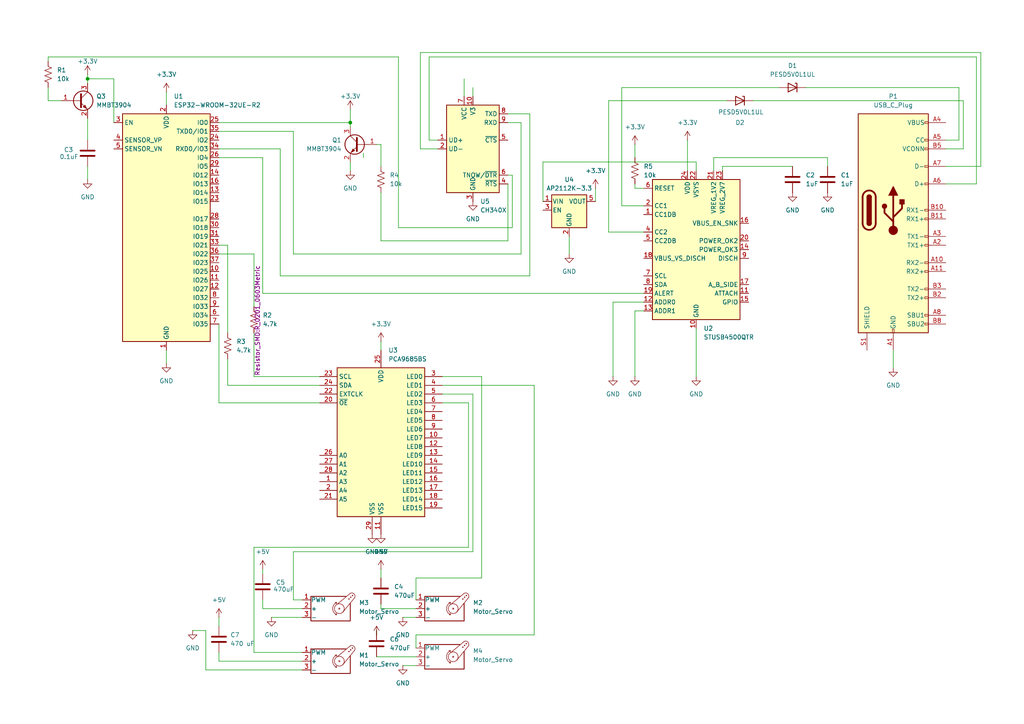
<source format=kicad_sch>
(kicad_sch (version 20250114) (generator "eeschema") (generator_version "9.0")
  (paper "A4")
  (lib_symbols
    (symbol "Connector:USB_C_Plug" (pin_names (offset 1.016))
      (property "Reference" "P" (at -10.16 29.21 0))
      (property "Value" "USB_C_Plug" (at 10.16 29.21 0))
      (symbol "USB_C_Plug_0_0"
        (rectangle (start -0.254 -35.56) (end 0.254 -34.544))
        (rectangle (start 10.16 25.654) (end 9.144 25.146))
        (rectangle (start 10.16 20.574) (end 9.144 20.066))
        (rectangle (start 10.16 18.034) (end 9.144 17.526))
        (rectangle (start 10.16 12.954) (end 9.144 12.446))
        (rectangle (start 10.16 7.874) (end 9.144 7.366))
        (rectangle (start 10.16 0.254) (end 9.144 -0.254))
        (rectangle (start 10.16 -2.286) (end 9.144 -2.794))
        (rectangle (start 10.16 -7.366) (end 9.144 -7.874))
        (rectangle (start 10.16 -9.906) (end 9.144 -10.414))
        (rectangle (start 10.16 -14.986) (end 9.144 -15.494))
        (rectangle (start 10.16 -17.526) (end 9.144 -18.034))
        (rectangle (start 10.16 -22.606) (end 9.144 -23.114))
        (rectangle (start 10.16 -25.146) (end 9.144 -25.654))
        (rectangle (start 10.16 -30.226) (end 9.144 -30.734))
        (rectangle (start 10.16 -32.766) (end 9.144 -33.274))
      )
      (symbol "USB_C_Plug_0_1"
        (rectangle (start -10.16 27.94) (end 10.16 -35.56) (stroke (width 0.254)) (fill (type background)))
        (polyline (pts (xy -8.89 -3.81) (xy -8.89 3.81)) (stroke (width 0.508)))
        (rectangle (start -7.62 -3.81) (end -6.35 3.81) (stroke (width 0.254)) (fill (type outline)))
        (arc (start -7.62 3.81) (mid -6.985 4.4423) (end -6.35 3.81) (stroke (width 0.254)))
        (arc (start -7.62 3.81) (mid -6.985 4.4423) (end -6.35 3.81) (stroke (width 0.254)) (fill (type outline)))
        (arc (start -8.89 3.81) (mid -6.985 5.7067) (end -5.08 3.81) (stroke (width 0.508)))
        (arc (start -5.08 -3.81) (mid -6.985 -5.7067) (end -8.89 -3.81) (stroke (width 0.508)))
        (arc (start -6.35 -3.81) (mid -6.985 -4.4423) (end -7.62 -3.81) (stroke (width 0.254)))
        (arc (start -6.35 -3.81) (mid -6.985 -4.4423) (end -7.62 -3.81) (stroke (width 0.254)) (fill (type outline)))
        (polyline (pts (xy -5.08 3.81) (xy -5.08 -3.81)) (stroke (width 0.508)))
      )
      (symbol "USB_C_Plug_1_1"
        (circle (center -2.54 1.143) (radius 0.635) (stroke (width 0.254)) (fill (type outline)))
        (polyline (pts (xy -1.27 4.318) (xy 0 6.858) (xy 1.27 4.318) (xy -1.27 4.318)) (stroke (width 0.254)) (fill (type outline)))
        (polyline (pts (xy 0 -2.032) (xy 2.54 0.508) (xy 2.54 1.778)) (stroke (width 0.508)))
        (polyline (pts (xy 0 -3.302) (xy -2.54 -0.762) (xy -2.54 0.508)) (stroke (width 0.508)))
        (polyline (pts (xy 0 -5.842) (xy 0 4.318)) (stroke (width 0.508)))
        (circle (center 0 -5.842) (radius 1.27) (fill (type outline)))
        (rectangle (start 1.905 1.778) (end 3.175 3.048) (stroke (width 0.254)) (fill (type outline)))
        (pin passive line (at -7.62 -40.64 90) (length 5.08) (name "SHIELD") (number "S1"))
        (pin passive line (at 0 -40.64 90) (length 5.08) (name "GND") (number "A1"))
        (pin passive line (at 0 -40.64 90) (length 5.08) (hide yes) (name "GND") (number "A12"))
        (pin passive line (at 0 -40.64 90) (length 5.08) (hide yes) (name "GND") (number "B1"))
        (pin passive line (at 0 -40.64 90) (length 5.08) (hide yes) (name "GND") (number "B12"))
        (pin passive line (at 15.24 25.4 180) (length 5.08) (name "VBUS") (number "A4"))
        (pin passive line (at 15.24 25.4 180) (length 5.08) (hide yes) (name "VBUS") (number "A9"))
        (pin passive line (at 15.24 25.4 180) (length 5.08) (hide yes) (name "VBUS") (number "B4"))
        (pin passive line (at 15.24 25.4 180) (length 5.08) (hide yes) (name "VBUS") (number "B9"))
        (pin bidirectional line (at 15.24 20.32 180) (length 5.08) (name "CC") (number "A5"))
        (pin bidirectional line (at 15.24 17.78 180) (length 5.08) (name "VCONN") (number "B5"))
        (pin bidirectional line (at 15.24 12.7 180) (length 5.08) (name "D-") (number "A7"))
        (pin bidirectional line (at 15.24 7.62 180) (length 5.08) (name "D+") (number "A6"))
        (pin bidirectional line (at 15.24 0 180) (length 5.08) (name "RX1-") (number "B10"))
        (pin bidirectional line (at 15.24 -2.54 180) (length 5.08) (name "RX1+") (number "B11"))
        (pin bidirectional line (at 15.24 -7.62 180) (length 5.08) (name "TX1-") (number "A3"))
        (pin bidirectional line (at 15.24 -10.16 180) (length 5.08) (name "TX1+") (number "A2"))
        (pin bidirectional line (at 15.24 -15.24 180) (length 5.08) (name "RX2-") (number "A10"))
        (pin bidirectional line (at 15.24 -17.78 180) (length 5.08) (name "RX2+") (number "A11"))
        (pin bidirectional line (at 15.24 -22.86 180) (length 5.08) (name "TX2-") (number "B3"))
        (pin bidirectional line (at 15.24 -25.4 180) (length 5.08) (name "TX2+") (number "B2"))
        (pin bidirectional line (at 15.24 -30.48 180) (length 5.08) (name "SBU1") (number "A8"))
        (pin bidirectional line (at 15.24 -33.02 180) (length 5.08) (name "SBU2") (number "B8"))
      )
    )
    (symbol "Device:C" (pin_numbers (hide yes)) (pin_names (offset 0.254))
      (property "Reference" "C" (at 0.635 2.54 0))
      (property "Value" "C" (at 0.635 -2.54 0))
      (symbol "C_0_1"
        (polyline (pts (xy -2.032 0.762) (xy 2.032 0.762)) (stroke (width 0.508)))
        (polyline (pts (xy -2.032 -0.762) (xy 2.032 -0.762)) (stroke (width 0.508)))
      )
      (symbol "C_1_1"
        (pin passive line (at 0 3.81 270) (length 2.794) (name "~") (number "1"))
        (pin passive line (at 0 -3.81 90) (length 2.794) (name "~") (number "2"))
      )
    )
    (symbol "Device:R_US" (pin_numbers (hide yes)) (pin_names (offset 0))
      (property "Reference" "R" (at 2.54 0 90))
      (property "Value" "R_US" (at -2.54 0 90))
      (symbol "R_US_0_1"
        (polyline (pts (xy 0 2.286) (xy 0 2.54)))
        (polyline (pts (xy 0 2.286) (xy 1.016 1.905) (xy 0 1.524) (xy -1.016 1.143) (xy 0 0.762)))
        (polyline (pts (xy 0 0.762) (xy 1.016 0.381) (xy 0 0) (xy -1.016 -0.381) (xy 0 -0.762)))
        (polyline (pts (xy 0 -0.762) (xy 1.016 -1.143) (xy 0 -1.524) (xy -1.016 -1.905) (xy 0 -2.286)))
        (polyline (pts (xy 0 -2.286) (xy 0 -2.54)))
      )
      (symbol "R_US_1_1"
        (pin passive line (at 0 3.81 270) (length 1.27) (name "~") (number "1"))
        (pin passive line (at 0 -3.81 90) (length 1.27) (name "~") (number "2"))
      )
    )
    (symbol "Diode:PESD5V0L1UL" (pin_numbers (hide yes)) (pin_names (hide yes))
      (property "Reference" "D" (at 0 2.54 0))
      (property "Value" "PESD5V0L1UL" (at 0 -2.54 0))
      (symbol "PESD5V0L1UL_0_1"
        (polyline (pts (xy -1.27 -1.27) (xy -1.27 1.27) (xy -0.762 1.27)) (stroke (width 0.254)))
        (polyline (pts (xy 1.27 0) (xy -1.27 0)))
        (polyline (pts (xy 1.27 -1.27) (xy 1.27 1.27) (xy -1.27 0) (xy 1.27 -1.27)) (stroke (width 0.254)))
      )
      (symbol "PESD5V0L1UL_1_1"
        (pin passive line (at -3.81 0 0) (length 2.54) (name "K") (number "1"))
        (pin passive line (at 3.81 0 180) (length 2.54) (name "A") (number "2"))
      )
    )
    (symbol "Driver_LED:PCA9685BS"
      (property "Reference" "U" (at -12.7 22.225 0))
      (property "Value" "PCA9685BS" (at 1.27 22.225 0))
      (symbol "PCA9685BS_0_1"
        (rectangle (start -12.7 20.32) (end 12.7 -22.86) (stroke (width 0.254)) (fill (type background)))
      )
      (symbol "PCA9685BS_1_1"
        (pin input line (at -17.78 17.78 0) (length 5.08) (name "SCL") (number "23"))
        (pin bidirectional line (at -17.78 15.24 0) (length 5.08) (name "SDA") (number "24"))
        (pin input line (at -17.78 12.7 0) (length 5.08) (name "EXTCLK") (number "22"))
        (pin input line (at -17.78 10.16 0) (length 5.08) (name "~{OE}") (number "20"))
        (pin input line (at -17.78 -5.08 0) (length 5.08) (name "A0") (number "26"))
        (pin input line (at -17.78 -7.62 0) (length 5.08) (name "A1") (number "27"))
        (pin input line (at -17.78 -10.16 0) (length 5.08) (name "A2") (number "28"))
        (pin input line (at -17.78 -12.7 0) (length 5.08) (name "A3") (number "1"))
        (pin input line (at -17.78 -15.24 0) (length 5.08) (name "A4") (number "2"))
        (pin input line (at -17.78 -17.78 0) (length 5.08) (name "A5") (number "21"))
        (pin power_in line (at -2.54 -27.94 90) (length 5.08) (name "VSS") (number "29"))
        (pin power_in line (at 0 25.4 270) (length 5.08) (name "VDD") (number "25"))
        (pin power_in line (at 0 -27.94 90) (length 5.08) (name "VSS") (number "11"))
        (pin output line (at 17.78 17.78 180) (length 5.08) (name "LED0") (number "3"))
        (pin output line (at 17.78 15.24 180) (length 5.08) (name "LED1") (number "4"))
        (pin output line (at 17.78 12.7 180) (length 5.08) (name "LED2") (number "5"))
        (pin output line (at 17.78 10.16 180) (length 5.08) (name "LED3") (number "6"))
        (pin output line (at 17.78 7.62 180) (length 5.08) (name "LED4") (number "7"))
        (pin output line (at 17.78 5.08 180) (length 5.08) (name "LED5") (number "8"))
        (pin output line (at 17.78 2.54 180) (length 5.08) (name "LED6") (number "9"))
        (pin output line (at 17.78 0 180) (length 5.08) (name "LED7") (number "10"))
        (pin output line (at 17.78 -2.54 180) (length 5.08) (name "LED8") (number "12"))
        (pin output line (at 17.78 -5.08 180) (length 5.08) (name "LED9") (number "13"))
        (pin output line (at 17.78 -7.62 180) (length 5.08) (name "LED10") (number "14"))
        (pin output line (at 17.78 -10.16 180) (length 5.08) (name "LED11") (number "15"))
        (pin output line (at 17.78 -12.7 180) (length 5.08) (name "LED12") (number "16"))
        (pin output line (at 17.78 -15.24 180) (length 5.08) (name "LED13") (number "17"))
        (pin output line (at 17.78 -17.78 180) (length 5.08) (name "LED14") (number "18"))
        (pin output line (at 17.78 -20.32 180) (length 5.08) (name "LED15") (number "19"))
      )
    )
    (symbol "Interface_USB:CH340X"
      (property "Reference" "U" (at -5.08 13.97 0))
      (property "Value" "CH340X" (at 1.27 13.97 0))
      (symbol "CH340X_0_1"
        (rectangle (start -7.62 12.7) (end 7.62 -12.7) (stroke (width 0.254)) (fill (type background)))
      )
      (symbol "CH340X_1_1"
        (pin bidirectional line (at -10.16 2.54 0) (length 2.54) (name "UD+") (number "1"))
        (pin bidirectional line (at -10.16 0 0) (length 2.54) (name "UD-") (number "2"))
        (pin power_in line (at -2.54 15.24 270) (length 2.54) (name "VCC") (number "7"))
        (pin power_out line (at 0 15.24 270) (length 2.54) (name "V3") (number "10"))
        (pin power_in line (at 0 -15.24 90) (length 2.54) (name "GND") (number "3"))
        (pin output line (at 10.16 10.16 180) (length 2.54) (name "TXD") (number "8"))
        (pin input line (at 10.16 7.62 180) (length 2.54) (name "RXD") (number "9"))
        (pin input line (at 10.16 2.54 180) (length 2.54) (name "~{CTS}") (number "5"))
        (pin output line (at 10.16 -7.62 180) (length 2.54) (name "TNOW/~{DTR}") (number "6"))
        (pin output line (at 10.16 -10.16 180) (length 2.54) (name "~{RTS}") (number "4"))
      )
    )
    (symbol "Interface_USB:STUSB4500QTR"
      (property "Reference" "U" (at -12.7 21.59 0))
      (property "Value" "STUSB4500QTR" (at 8.89 -21.59 0))
      (symbol "STUSB4500QTR_0_1"
        (rectangle (start -12.7 20.32) (end 12.7 -20.32) (stroke (width 0.254)) (fill (type background)))
      )
      (symbol "STUSB4500QTR_1_1"
        (pin input line (at -15.24 17.78 0) (length 2.54) (name "RESET") (number "6"))
        (pin bidirectional line (at -15.24 12.7 0) (length 2.54) (name "CC1") (number "2"))
        (pin bidirectional line (at -15.24 10.16 0) (length 2.54) (name "CC1DB") (number "1"))
        (pin bidirectional line (at -15.24 5.08 0) (length 2.54) (name "CC2") (number "4"))
        (pin bidirectional line (at -15.24 2.54 0) (length 2.54) (name "CC2DB") (number "5"))
        (pin input line (at -15.24 -2.54 0) (length 2.54) (name "VBUS_VS_DISCH") (number "18"))
        (pin input line (at -15.24 -7.62 0) (length 2.54) (name "SCL") (number "7"))
        (pin bidirectional line (at -15.24 -10.16 0) (length 2.54) (name "SDA") (number "8"))
        (pin open_collector line (at -15.24 -12.7 0) (length 2.54) (name "ALERT") (number "19"))
        (pin input line (at -15.24 -15.24 0) (length 2.54) (name "ADDR0") (number "12"))
        (pin input line (at -15.24 -17.78 0) (length 2.54) (name "ADDR1") (number "13"))
        (pin no_connect line (at -12.7 15.24 0) (length 2.54) (hide yes) (name "NC") (number "3"))
        (pin power_in line (at -2.54 22.86 270) (length 2.54) (name "VDD") (number "24"))
        (pin power_in line (at 0 22.86 270) (length 2.54) (name "VSYS") (number "22"))
        (pin power_in line (at 0 -22.86 90) (length 2.54) (name "GND") (number "10"))
        (pin passive line (at 0 -22.86 90) (length 2.54) (hide yes) (name "GND") (number "25"))
        (pin power_out line (at 5.08 22.86 270) (length 2.54) (name "VREG_1V2") (number "21"))
        (pin power_out line (at 7.62 22.86 270) (length 2.54) (name "VREG_2V7") (number "23"))
        (pin open_collector line (at 15.24 7.62 180) (length 2.54) (name "VBUS_EN_SNK") (number "16"))
        (pin open_collector line (at 15.24 2.54 180) (length 2.54) (name "POWER_OK2") (number "20"))
        (pin open_collector line (at 15.24 0 180) (length 2.54) (name "POWER_OK3") (number "14"))
        (pin bidirectional line (at 15.24 -2.54 180) (length 2.54) (name "DISCH") (number "9"))
        (pin open_collector line (at 15.24 -10.16 180) (length 2.54) (name "A_B_SIDE") (number "17"))
        (pin open_collector line (at 15.24 -12.7 180) (length 2.54) (name "ATTACH") (number "11"))
        (pin open_collector line (at 15.24 -15.24 180) (length 2.54) (name "GPIO") (number "15"))
      )
    )
    (symbol "Motor:Motor_Servo" (pin_names (offset 0.0254))
      (property "Reference" "M" (at -5.08 4.445 0))
      (property "Value" "Motor_Servo" (at -5.08 -4.064 0))
      (symbol "Motor_Servo_0_1"
        (polyline (pts (xy 2.413 1.778) (xy 1.905 1.778)))
        (polyline (pts (xy 2.413 1.778) (xy 2.286 1.397)))
        (polyline (pts (xy 2.413 -1.778) (xy 2.032 -1.778)))
        (polyline (pts (xy 2.413 -1.778) (xy 2.286 -1.397)))
        (arc (start 2.413 -1.778) (mid 1.2406 0) (end 2.413 1.778))
        (circle (center 3.175 0) (radius 0.1778))
        (circle (center 3.175 0) (radius 1.4224))
        (polyline (pts (xy 5.08 3.556) (xy -5.08 3.556) (xy -5.08 -3.556) (xy 6.35 -3.556) (xy 6.35 1.524)) (stroke (width 0.254)))
        (circle (center 5.969 2.794) (radius 0.127))
        (polyline (pts (xy 6.35 4.445) (xy 2.54 1.27)))
        (circle (center 6.477 3.302) (radius 0.127))
        (arc (start 6.35 4.445) (mid 7.4487 4.2737) (end 7.62 3.175))
        (circle (center 6.985 3.81) (radius 0.127))
        (polyline (pts (xy 7.62 3.175) (xy 4.191 -1.016)))
      )
      (symbol "Motor_Servo_1_1"
        (pin passive line (at -7.62 2.54 0) (length 2.54) (name "PWM") (number "1"))
        (pin passive line (at -7.62 0 0) (length 2.54) (name "+") (number "2"))
        (pin passive line (at -7.62 -2.54 0) (length 2.54) (name "-") (number "3"))
      )
    )
    (symbol "RF_Module:ESP32-WROOM-32UE-R2"
      (property "Reference" "U" (at -12.7 34.29 0))
      (property "Value" "ESP32-WROOM-32UE-R2" (at 1.27 34.29 0))
      (symbol "ESP32-WROOM-32UE-R2_0_1"
        (rectangle (start -12.7 33.02) (end 12.7 -33.02) (stroke (width 0.254)) (fill (type background)))
      )
      (symbol "ESP32-WROOM-32UE-R2_1_1"
        (pin input line (at -15.24 30.48 0) (length 2.54) (name "EN") (number "3"))
        (pin input line (at -15.24 25.4 0) (length 2.54) (name "SENSOR_VP") (number "4"))
        (pin input line (at -15.24 22.86 0) (length 2.54) (name "SENSOR_VN") (number "5"))
        (pin no_connect line (at -12.7 0 0) (length 2.54) (hide yes) (name "NC") (number "21"))
        (pin no_connect line (at -12.7 -2.54 0) (length 2.54) (hide yes) (name "NC") (number "22"))
        (pin no_connect line (at -12.7 -5.08 0) (length 2.54) (hide yes) (name "NC") (number "17"))
        (pin no_connect line (at -12.7 -7.62 0) (length 2.54) (hide yes) (name "NC") (number "18"))
        (pin no_connect line (at -12.7 -10.16 0) (length 2.54) (hide yes) (name "NC") (number "20"))
        (pin no_connect line (at -12.7 -12.7 0) (length 2.54) (hide yes) (name "NC") (number "19"))
        (pin no_connect line (at -12.7 -27.94 0) (length 2.54) (hide yes) (name "NC") (number "32"))
        (pin power_in line (at 0 35.56 270) (length 2.54) (name "VDD") (number "2"))
        (pin power_in line (at 0 -35.56 90) (length 2.54) (name "GND") (number "1"))
        (pin passive line (at 0 -35.56 90) (length 2.54) (hide yes) (name "GND") (number "15"))
        (pin passive line (at 0 -35.56 90) (length 2.54) (hide yes) (name "GND") (number "38"))
        (pin passive line (at 0 -35.56 90) (length 2.54) (hide yes) (name "GND") (number "39"))
        (pin no_connect line (at 12.7 5.08 180) (length 2.54) (hide yes) (name "NC") (number "27"))
        (pin bidirectional line (at 15.24 30.48 180) (length 2.54) (name "IO0") (number "25"))
        (pin bidirectional line (at 15.24 27.94 180) (length 2.54) (name "TXD0/IO1") (number "35"))
        (pin bidirectional line (at 15.24 25.4 180) (length 2.54) (name "IO2") (number "24"))
        (pin bidirectional line (at 15.24 22.86 180) (length 2.54) (name "RXD0/IO3") (number "34"))
        (pin bidirectional line (at 15.24 20.32 180) (length 2.54) (name "IO4") (number "26"))
        (pin bidirectional line (at 15.24 17.78 180) (length 2.54) (name "IO5") (number "29"))
        (pin bidirectional line (at 15.24 15.24 180) (length 2.54) (name "IO12") (number "14"))
        (pin bidirectional line (at 15.24 12.7 180) (length 2.54) (name "IO13") (number "16"))
        (pin bidirectional line (at 15.24 10.16 180) (length 2.54) (name "IO14") (number "13"))
        (pin bidirectional line (at 15.24 7.62 180) (length 2.54) (name "IO15") (number "23"))
        (pin bidirectional line (at 15.24 2.54 180) (length 2.54) (name "IO17") (number "28"))
        (pin bidirectional line (at 15.24 0 180) (length 2.54) (name "IO18") (number "30"))
        (pin bidirectional line (at 15.24 -2.54 180) (length 2.54) (name "IO19") (number "31"))
        (pin bidirectional line (at 15.24 -5.08 180) (length 2.54) (name "IO21") (number "33"))
        (pin bidirectional line (at 15.24 -7.62 180) (length 2.54) (name "IO22") (number "36"))
        (pin bidirectional line (at 15.24 -10.16 180) (length 2.54) (name "IO23") (number "37"))
        (pin bidirectional line (at 15.24 -12.7 180) (length 2.54) (name "IO25") (number "10"))
        (pin bidirectional line (at 15.24 -15.24 180) (length 2.54) (name "IO26") (number "11"))
        (pin bidirectional line (at 15.24 -17.78 180) (length 2.54) (name "IO27") (number "12"))
        (pin bidirectional line (at 15.24 -20.32 180) (length 2.54) (name "IO32") (number "8"))
        (pin bidirectional line (at 15.24 -22.86 180) (length 2.54) (name "IO33") (number "9"))
        (pin input line (at 15.24 -25.4 180) (length 2.54) (name "IO34") (number "6"))
        (pin input line (at 15.24 -27.94 180) (length 2.54) (name "IO35") (number "7"))
      )
    )
    (symbol "Regulator_Linear:AP2112K-3.3" (pin_names (offset 0.254))
      (property "Reference" "U" (at -5.08 5.715 0))
      (property "Value" "AP2112K-3.3" (at 0 5.715 0))
      (symbol "AP2112K-3.3_0_1"
        (rectangle (start -5.08 4.445) (end 5.08 -5.08) (stroke (width 0.254)) (fill (type background)))
      )
      (symbol "AP2112K-3.3_1_1"
        (pin power_in line (at -7.62 2.54 0) (length 2.54) (name "VIN") (number "1"))
        (pin input line (at -7.62 0 0) (length 2.54) (name "EN") (number "3"))
        (pin power_in line (at 0 -7.62 90) (length 2.54) (name "GND") (number "2"))
        (pin no_connect line (at 5.08 0 180) (length 2.54) (hide yes) (name "NC") (number "4"))
        (pin power_out line (at 7.62 2.54 180) (length 2.54) (name "VOUT") (number "5"))
      )
    )
    (symbol "Transistor_BJT:MMBT3904" (pin_names (offset 0) (hide yes))
      (property "Reference" "Q" (at 5.08 1.905 0))
      (property "Value" "MMBT3904" (at 5.08 0 0))
      (symbol "MMBT3904_0_1"
        (polyline (pts (xy -2.54 0) (xy 0.635 0)))
        (polyline (pts (xy 0.635 1.905) (xy 0.635 -1.905)) (stroke (width 0.508)))
        (circle (center 1.27 0) (radius 2.8194) (stroke (width 0.254)))
      )
      (symbol "MMBT3904_1_1"
        (polyline (pts (xy 0.635 0.635) (xy 2.54 2.54)))
        (polyline (pts (xy 0.635 -0.635) (xy 2.54 -2.54)))
        (polyline (pts (xy 1.27 -1.778) (xy 1.778 -1.27) (xy 2.286 -2.286) (xy 1.27 -1.778)) (fill (type outline)))
        (pin input line (at -5.08 0 0) (length 2.54) (name "B") (number "1"))
        (pin passive line (at 2.54 5.08 270) (length 2.54) (name "C") (number "3"))
        (pin passive line (at 2.54 -5.08 90) (length 2.54) (name "E") (number "2"))
      )
    )
    (symbol "power:+3.3V" (power) (pin_numbers (hide yes)) (pin_names (offset 0) (hide yes))
      (property "Value" "+3.3V" (at 0 3.556 0))
      (symbol "+3.3V_0_1"
        (polyline (pts (xy -0.762 1.27) (xy 0 2.54)))
        (polyline (pts (xy 0 2.54) (xy 0.762 1.27)))
        (polyline (pts (xy 0 0) (xy 0 2.54)))
      )
      (symbol "+3.3V_1_1"
        (pin power_in line (at 0 0 90) (length 0) (name "~") (number "1"))
      )
    )
    (symbol "power:+5V" (power) (pin_numbers (hide yes)) (pin_names (offset 0) (hide yes))
      (property "Value" "+5V" (at 0 3.556 0))
      (symbol "+5V_0_1"
        (polyline (pts (xy -0.762 1.27) (xy 0 2.54)))
        (polyline (pts (xy 0 2.54) (xy 0.762 1.27)))
        (polyline (pts (xy 0 0) (xy 0 2.54)))
      )
      (symbol "+5V_1_1"
        (pin power_in line (at 0 0 90) (length 0) (name "~") (number "1"))
      )
    )
    (symbol "power:GND" (power) (pin_numbers (hide yes)) (pin_names (offset 0) (hide yes))
      (property "Value" "GND" (at 0 -3.81 0))
      (symbol "GND_0_1"
        (polyline (pts (xy 0 0) (xy 0 -1.27) (xy 1.27 -1.27) (xy 0 -2.54) (xy -1.27 -1.27) (xy 0 -1.27)))
      )
      (symbol "GND_1_1"
        (pin power_in line (at 0 0 270) (length 0) (name "~") (number "1"))
      )
    )
  )
  (junction (at 25.4 22.86))
  (junction (at 101.6 35.56))
  (wire (pts (xy 176.53 67.31) (xy 186.69 67.31)))
  (wire (pts (xy 147.32 53.34) (xy 147.32 69.85)))
  (wire (pts (xy 87.63 194.31) (xy 59.69 194.31)))
  (wire (pts (xy 128.27 116.84) (xy 135.89 116.84)))
  (wire (pts (xy 199.39 40.64) (xy 199.39 49.53)))
  (wire (pts (xy 110.49 55.88) (xy 110.49 69.85)))
  (wire (pts (xy 184.15 54.61) (xy 184.15 53.34)))
  (wire (pts (xy 63.5 116.84) (xy 63.5 93.98)))
  (wire (pts (xy 66.04 71.12) (xy 66.04 96.52)))
  (wire (pts (xy 101.6 31.75) (xy 101.6 35.56)))
  (wire (pts (xy 274.32 48.26) (xy 284.48 48.26)))
  (wire (pts (xy 110.49 41.91) (xy 109.22 41.91)))
  (wire (pts (xy 85.09 173.99) (xy 85.09 160.02)))
  (wire (pts (xy 283.21 53.34) (xy 283.21 16.51)))
  (wire (pts (xy 121.92 15.24) (xy 121.92 43.18)))
  (wire (pts (xy 66.04 111.76) (xy 92.71 111.76)))
  (wire (pts (xy 207.01 45.72) (xy 240.03 45.72)))
  (wire (pts (xy 110.49 175.26) (xy 110.49 176.53)))
  (wire (pts (xy 165.1 68.58) (xy 165.1 73.66)))
  (wire (pts (xy 278.13 25.4) (xy 278.13 40.64)))
  (wire (pts (xy 139.7 167.64) (xy 120.65 167.64)))
  (wire (pts (xy 240.03 45.72) (xy 240.03 48.26)))
  (wire (pts (xy 180.34 25.4) (xy 180.34 59.69)))
  (wire (pts (xy 115.57 66.04) (xy 148.59 66.04)))
  (wire (pts (xy 120.65 176.53) (xy 110.49 176.53)))
  (wire (pts (xy 25.4 22.86) (xy 25.4 24.13)))
  (wire (pts (xy 151.13 35.56) (xy 147.32 35.56)))
  (wire (pts (xy 109.22 184.15) (xy 109.22 182.88)))
  (wire (pts (xy 85.09 38.1) (xy 85.09 73.66)))
  (wire (pts (xy 284.48 48.26) (xy 284.48 15.24)))
  (wire (pts (xy 25.4 34.29) (xy 25.4 40.64)))
  (wire (pts (xy 153.67 80.01) (xy 153.67 33.02)))
  (wire (pts (xy 135.89 158.75) (xy 73.66 158.75)))
  (wire (pts (xy 76.2 173.99) (xy 76.2 176.53)))
  (wire (pts (xy 76.2 45.72) (xy 63.5 45.72)))
  (wire (pts (xy 157.48 46.99) (xy 157.48 58.42)))
  (wire (pts (xy 177.8 87.63) (xy 177.8 109.22)))
  (wire (pts (xy 115.57 16.51) (xy 13.97 16.51)))
  (wire (pts (xy 278.13 40.64) (xy 274.32 40.64)))
  (wire (pts (xy 110.49 41.91) (xy 110.49 48.26)))
  (wire (pts (xy 274.32 53.34) (xy 283.21 53.34)))
  (wire (pts (xy 101.6 46.99) (xy 101.6 49.53)))
  (wire (pts (xy 101.6 35.56) (xy 101.6 36.83)))
  (wire (pts (xy 121.92 43.18) (xy 127 43.18)))
  (wire (pts (xy 148.59 66.04) (xy 148.59 50.8)))
  (wire (pts (xy 279.4 43.18) (xy 274.32 43.18)))
  (wire (pts (xy 209.55 48.26) (xy 229.87 48.26)))
  (wire (pts (xy 259.08 106.68) (xy 259.08 101.6)))
  (wire (pts (xy 76.2 45.72) (xy 76.2 85.09)))
  (wire (pts (xy 233.68 25.4) (xy 278.13 25.4)))
  (wire (pts (xy 184.15 45.72) (xy 184.15 41.91)))
  (wire (pts (xy 218.44 29.21) (xy 279.4 29.21)))
  (wire (pts (xy 25.4 21.59) (xy 25.4 22.86)))
  (wire (pts (xy 115.57 66.04) (xy 115.57 16.51)))
  (wire (pts (xy 120.65 179.07) (xy 116.84 179.07)))
  (wire (pts (xy 81.28 43.18) (xy 63.5 43.18)))
  (wire (pts (xy 279.4 29.21) (xy 279.4 43.18)))
  (wire (pts (xy 201.93 46.99) (xy 201.93 49.53)))
  (wire (pts (xy 73.66 96.52) (xy 73.66 109.22)))
  (wire (pts (xy 120.65 190.5) (xy 109.22 190.5)))
  (wire (pts (xy 85.09 160.02) (xy 137.16 160.02)))
  (wire (pts (xy 66.04 104.14) (xy 66.04 111.76)))
  (wire (pts (xy 73.66 189.23) (xy 87.63 189.23)))
  (wire (pts (xy 139.7 109.22) (xy 139.7 167.64)))
  (wire (pts (xy 120.65 193.04) (xy 116.84 193.04)))
  (wire (pts (xy 87.63 173.99) (xy 85.09 173.99)))
  (wire (pts (xy 137.16 160.02) (xy 137.16 114.3)))
  (wire (pts (xy 172.72 54.61) (xy 172.72 58.42)))
  (wire (pts (xy 73.66 109.22) (xy 92.71 109.22)))
  (wire (pts (xy 33.02 22.86) (xy 25.4 22.86)))
  (wire (pts (xy 124.46 40.64) (xy 127 40.64)))
  (wire (pts (xy 137.16 27.94) (xy 137.16 25.4)))
  (wire (pts (xy 128.27 109.22) (xy 139.7 109.22)))
  (wire (pts (xy 81.28 80.01) (xy 153.67 80.01)))
  (wire (pts (xy 207.01 49.53) (xy 207.01 45.72)))
  (wire (pts (xy 283.21 16.51) (xy 124.46 16.51)))
  (wire (pts (xy 121.92 15.24) (xy 284.48 15.24)))
  (wire (pts (xy 63.5 116.84) (xy 92.71 116.84)))
  (wire (pts (xy 63.5 179.07) (xy 63.5 181.61)))
  (wire (pts (xy 209.55 48.26) (xy 209.55 49.53)))
  (wire (pts (xy 76.2 85.09) (xy 186.69 85.09)))
  (wire (pts (xy 25.4 48.26) (xy 25.4 52.07)))
  (wire (pts (xy 87.63 176.53) (xy 76.2 176.53)))
  (wire (pts (xy 176.53 29.21) (xy 210.82 29.21)))
  (wire (pts (xy 33.02 35.56) (xy 33.02 22.86)))
  (wire (pts (xy 87.63 191.77) (xy 63.5 191.77)))
  (wire (pts (xy 85.09 38.1) (xy 63.5 38.1)))
  (wire (pts (xy 13.97 29.21) (xy 17.78 29.21)))
  (wire (pts (xy 135.89 116.84) (xy 135.89 158.75)))
  (wire (pts (xy 63.5 71.12) (xy 66.04 71.12)))
  (wire (pts (xy 110.49 99.06) (xy 110.49 101.6)))
  (wire (pts (xy 76.2 165.1) (xy 76.2 166.37)))
  (wire (pts (xy 184.15 90.17) (xy 184.15 109.22)))
  (wire (pts (xy 120.65 187.96) (xy 120.65 184.15)))
  (wire (pts (xy 63.5 189.23) (xy 63.5 191.77)))
  (wire (pts (xy 81.28 43.18) (xy 81.28 80.01)))
  (wire (pts (xy 73.66 158.75) (xy 73.66 189.23)))
  (wire (pts (xy 73.66 73.66) (xy 73.66 88.9)))
  (wire (pts (xy 151.13 73.66) (xy 85.09 73.66)))
  (wire (pts (xy 180.34 59.69) (xy 186.69 59.69)))
  (wire (pts (xy 201.93 95.25) (xy 201.93 109.22)))
  (wire (pts (xy 186.69 87.63) (xy 177.8 87.63)))
  (wire (pts (xy 157.48 46.99) (xy 201.93 46.99)))
  (wire (pts (xy 63.5 35.56) (xy 101.6 35.56)))
  (wire (pts (xy 48.26 105.41) (xy 48.26 101.6)))
  (wire (pts (xy 147.32 50.8) (xy 148.59 50.8)))
  (wire (pts (xy 186.69 54.61) (xy 184.15 54.61)))
  (wire (pts (xy 55.88 182.88) (xy 59.69 182.88)))
  (wire (pts (xy 110.49 69.85) (xy 147.32 69.85)))
  (wire (pts (xy 13.97 25.4) (xy 13.97 29.21)))
  (wire (pts (xy 59.69 194.31) (xy 59.69 182.88)))
  (wire (pts (xy 151.13 35.56) (xy 151.13 73.66)))
  (wire (pts (xy 87.63 179.07) (xy 78.74 179.07)))
  (wire (pts (xy 120.65 167.64) (xy 120.65 173.99)))
  (wire (pts (xy 110.49 165.1) (xy 110.49 167.64)))
  (wire (pts (xy 13.97 16.51) (xy 13.97 17.78)))
  (wire (pts (xy 176.53 29.21) (xy 176.53 67.31)))
  (wire (pts (xy 124.46 16.51) (xy 124.46 40.64)))
  (wire (pts (xy 153.67 33.02) (xy 147.32 33.02)))
  (wire (pts (xy 63.5 73.66) (xy 73.66 73.66)))
  (wire (pts (xy 48.26 26.67) (xy 48.26 30.48)))
  (wire (pts (xy 154.94 184.15) (xy 154.94 111.76)))
  (wire (pts (xy 154.94 111.76) (xy 128.27 111.76)))
  (wire (pts (xy 120.65 184.15) (xy 154.94 184.15)))
  (wire (pts (xy 180.34 25.4) (xy 226.06 25.4)))
  (wire (pts (xy 137.16 114.3) (xy 128.27 114.3)))
  (wire (pts (xy 134.62 22.86) (xy 134.62 27.94)))
  (wire (pts (xy 184.15 90.17) (xy 186.69 90.17)))
  (wire (pts (xy 105.41 44.45) (xy 105.41 45.72)))
  (symbol (lib_id "power:+5V") (at 109.22 184.15 0) (unit 1)
    (property "Reference" "#PWR09" (effects (hide yes)))
    (property "Value" "+5V" (at 109.22 179.07 0))
    (property "Description" "Power symbol creates a global label with name \"+5V\"" (effects (hide yes)))
  )
  (symbol (lib_id "power:+5V") (at 76.2 165.1 0) (unit 1)
    (property "Reference" "#PWR07" (effects (hide yes)))
    (property "Value" "+5V" (at 76.2 160.02 0))
    (property "Description" "Power symbol creates a global label with name \"+5V\"" (effects (hide yes)))
  )
  (symbol (lib_id "power:+3.3V") (at 48.26 26.67 0) (unit 1)
    (property "Reference" "#PWR015" (effects (hide yes)))
    (property "Value" "+3.3V" (at 48.26 21.59 0))
    (property "Description" "Power symbol creates a global label with name \"+3.3V\"" (effects (hide yes)))
  )
  (symbol (lib_id "power:GND") (at 25.4 52.07 0) (unit 1)
    (property "Reference" "#PWR021" (effects (hide yes)))
    (property "Value" "GND" (at 25.4 57.15 0))
    (property "Description" "Power symbol creates a global label with name \"GND\" , ground" (effects (hide yes)))
  )
  (symbol (lib_id "Device:C") (at 76.2 170.18 0) (unit 1)
    (property "Reference" "C5" (at 80.01 168.9099 0) (effects (justify left)))
    (property "Value" "470uF" (at 79.248 170.942 0) (effects (justify left)))
    (property "Footprint" "Capacitor_SMD:C_0201_0603Metric" (effects (hide yes)))
    (property "Description" "Unpolarized capacitor" (effects (hide yes)))
  )
  (symbol (lib_id "Connector:USB_C_Plug") (at 259.08 60.96 0) (unit 1)
    (property "Reference" "P1" (at 259.08 27.94 0))
    (property "Value" "USB_C_Plug" (at 259.08 30.48 0))
    (property "Footprint" "Connector_USB:USB_C_Receptacle_CNCTech_C-ARA1-AK51X" (effects (hide yes)))
    (property "Datasheet" "https://www.usb.org/sites/default/files/documents/usb_type-c.zip" (effects (hide yes)))
    (property "Description" "USB Type-C Plug connector" (effects (hide yes)))
  )
  (symbol (lib_id "Diode:PESD5V0L1UL") (at 214.63 29.21 0) (mirror y) (unit 1)
    (property "Reference" "D2" (at 214.63 35.56 0))
    (property "Value" "PESD5V0L1UL" (at 214.884 32.512 0))
    (property "Footprint" "Diode_SMD:D_SOD-882" (effects (hide yes)))
    (property "Datasheet" "https://assets.nexperia.com/documents/data-sheet/PESD5V0L1UL.pdf" (effects (hide yes)))
    (property "Description" "Low capacitance unidirectional ESD protection diode, 5V, SOD-882" (effects (hide yes)))
  )
  (symbol (lib_id "power:GND") (at 201.93 109.22 0) (unit 1)
    (property "Reference" "#PWR011" (effects (hide yes)))
    (property "Value" "GND" (at 201.93 114.3 0))
    (property "Description" "Power symbol creates a global label with name \"GND\" , ground" (effects (hide yes)))
  )
  (symbol (lib_id "Device:C") (at 110.49 171.45 0) (unit 1)
    (property "Reference" "C4" (at 114.3 170.1799 0) (effects (justify left)))
    (property "Value" "470uF" (at 114.3 172.7199 0) (effects (justify left)))
    (property "Footprint" "Capacitor_SMD:C_0201_0603Metric" (effects (hide yes)))
    (property "Description" "Unpolarized capacitor" (effects (hide yes)))
  )
  (symbol (lib_id "power:GND") (at 110.49 154.94 0) (unit 1)
    (property "Reference" "#PWR028" (effects (hide yes)))
    (property "Value" "GND" (at 110.49 160.02 0))
    (property "Description" "Power symbol creates a global label with name \"GND\" , ground" (effects (hide yes)))
  )
  (symbol (lib_id "power:+5V") (at 110.49 165.1 0) (unit 1)
    (property "Reference" "#PWR08" (effects (hide yes)))
    (property "Value" "+5V" (at 110.49 160.02 0))
    (property "Description" "Power symbol creates a global label with name \"+5V\"" (effects (hide yes)))
  )
  (symbol (lib_id "power:+5V") (at 63.5 179.07 0) (unit 1)
    (property "Reference" "#PWR010" (effects (hide yes)))
    (property "Value" "+5V" (at 63.5 173.99 0))
    (property "Description" "Power symbol creates a global label with name \"+5V\"" (effects (hide yes)))
  )
  (symbol (lib_id "Device:R_US") (at 73.66 92.71 0) (unit 1)
    (property "Reference" "R2" (at 76.2 91.4399 0) (effects (justify left)))
    (property "Value" "4.7k" (at 76.2 93.9799 0) (effects (justify left)))
    (property "Footprint" "Resistor_SMD:R_0201_0603Metric" (at 74.676 92.964 90))
    (property "Description" "Resistor, US symbol" (effects (hide yes)))
  )
  (symbol (lib_id "power:+3.3V") (at 101.6 31.75 0) (unit 1)
    (property "Reference" "#PWR023" (effects (hide yes)))
    (property "Value" "+3.3V" (at 101.6 27.94 0))
    (property "Description" "Power symbol creates a global label with name \"+3.3V\"" (effects (hide yes)))
  )
  (symbol (lib_id "power:+3.3V") (at 172.72 54.61 0) (unit 1)
    (property "Reference" "#PWR016" (effects (hide yes)))
    (property "Value" "+3.3V" (at 172.72 49.53 0))
    (property "Description" "Power symbol creates a global label with name \"+3.3V\"" (effects (hide yes)))
  )
  (symbol (lib_id "Motor:Motor_Servo") (at 128.27 190.5 0) (unit 1)
    (property "Reference" "M4" (at 137.16 188.7968 0) (effects (justify left)))
    (property "Value" "Motor_Servo" (at 137.16 191.3368 0) (effects (justify left)))
    (property "Footprint" "Connector_PinHeader_2.54mm:PinHeader_1x03_P2.54mm_Vertical" (effects (hide yes)))
    (property "Datasheet" "http://forums.parallax.com/uploads/attachments/46831/74481.png" (effects (hide yes)))
    (property "Description" "Servo Motor (Futaba, HiTec, JR connector)" (effects (hide yes)))
  )
  (symbol (lib_id "Device:C") (at 109.22 186.69 0) (unit 1)
    (property "Reference" "C6" (at 113.03 185.4199 0) (effects (justify left)))
    (property "Value" "470uF" (at 113.03 187.9599 0) (effects (justify left)))
    (property "Footprint" "Capacitor_SMD:C_0201_0603Metric" (effects (hide yes)))
    (property "Description" "Unpolarized capacitor" (effects (hide yes)))
  )
  (symbol (lib_id "power:GND") (at 184.15 109.22 0) (unit 1)
    (property "Reference" "#PWR019" (effects (hide yes)))
    (property "Value" "GND" (at 184.15 114.3 0))
    (property "Description" "Power symbol creates a global label with name \"GND\" , ground" (effects (hide yes)))
  )
  (symbol (lib_id "power:GND") (at 78.74 179.07 0) (unit 1)
    (property "Reference" "#PWR02" (effects (hide yes)))
    (property "Value" "GND" (at 78.74 184.15 0))
    (property "Description" "Power symbol creates a global label with name \"GND\" , ground" (effects (hide yes)))
  )
  (symbol (lib_id "Device:R_US") (at 66.04 100.33 0) (unit 1)
    (property "Reference" "R3" (at 68.58 99.0599 0) (effects (justify left)))
    (property "Value" "4.7k" (at 68.58 101.5999 0) (effects (justify left)))
    (property "Footprint" "Resistor_SMD:R_0201_0603Metric" (effects (hide yes)))
    (property "Description" "Resistor, US symbol" (effects (hide yes)))
  )
  (symbol (lib_id "Interface_USB:CH340X") (at 137.16 43.18 0) (unit 1)
    (property "Reference" "U5" (at 139.3033 58.42 0) (effects (justify left)))
    (property "Value" "CH340X" (at 139.3033 60.96 0) (effects (justify left)))
    (property "Footprint" "Package_SO:MSOP-10_3x3mm_P0.5mm" (effects (hide yes)))
    (property "Datasheet" "https://cdn.sparkfun.com/assets/5/0/a/8/5/CH340DS1.PDF" (effects (hide yes)))
    (property "Description" "USB serial converter, 5V-tolerant IO, UART, MSOP-10" (effects (hide yes)))
  )
  (symbol (lib_id "Transistor_BJT:MMBT3904") (at 22.86 29.21 0) (unit 1)
    (property "Reference" "Q3" (at 27.94 27.9399 0) (effects (justify left)))
    (property "Value" "MMBT3904" (at 27.94 30.4799 0) (effects (justify left)))
    (property "Footprint" "Package_TO_SOT_SMD:SOT-23" (effects (hide yes)))
    (property "Datasheet" "https://www.onsemi.com/pdf/datasheet/pzt3904-d.pdf" (effects (hide yes)))
    (property "Description" "0.2A Ic, 40V Vce, Small Signal NPN Transistor, SOT-23" (effects (hide yes)))
  )
  (symbol (lib_id "Device:C") (at 229.87 52.07 0) (unit 1)
    (property "Reference" "C2" (at 233.68 50.7999 0) (effects (justify left)))
    (property "Value" "1uF" (at 233.68 53.3399 0) (effects (justify left)))
    (property "Footprint" "Capacitor_SMD:C_0201_0603Metric" (effects (hide yes)))
    (property "Description" "Unpolarized capacitor" (effects (hide yes)))
  )
  (symbol (lib_id "power:GND") (at 165.1 73.66 0) (unit 1)
    (property "Reference" "#PWR06" (effects (hide yes)))
    (property "Value" "GND" (at 165.1 78.74 0))
    (property "Description" "Power symbol creates a global label with name \"GND\" , ground" (effects (hide yes)))
  )
  (symbol (lib_id "power:GND") (at 229.87 55.88 0) (unit 1)
    (property "Reference" "#PWR012" (effects (hide yes)))
    (property "Value" "GND" (at 229.87 60.96 0))
    (property "Description" "Power symbol creates a global label with name \"GND\" , ground" (effects (hide yes)))
  )
  (symbol (lib_id "Interface_USB:STUSB4500QTR") (at 201.93 72.39 0) (unit 1)
    (property "Reference" "U2" (at 204.0733 95.25 0) (effects (justify left)))
    (property "Value" "STUSB4500QTR" (at 204.0733 97.79 0) (effects (justify left)))
    (property "Footprint" "Package_DFN_QFN:QFN-24-1EP_4x4mm_P0.5mm_EP2.7x2.7mm" (effects (hide yes)))
    (property "Datasheet" "https://www.st.com/resource/en/datasheet/stusb4500.pdf" (effects (hide yes)))
    (property "Description" "Stand-alone USB PD controller (with sink Auto-run mode), QFN-24" (effects (hide yes)))
  )
  (symbol (lib_id "Device:R_US") (at 184.15 49.53 0) (unit 1)
    (property "Reference" "R5" (at 186.69 48.2599 0) (effects (justify left)))
    (property "Value" "10k" (at 186.69 50.7999 0) (effects (justify left)))
    (property "Footprint" "Resistor_SMD:R_0201_0603Metric" (effects (hide yes)))
    (property "Description" "Resistor, US symbol" (effects (hide yes)))
  )
  (symbol (lib_id "power:GND") (at 101.6 49.53 0) (unit 1)
    (property "Reference" "#PWR024" (effects (hide yes)))
    (property "Value" "GND" (at 101.6 54.61 0))
    (property "Description" "Power symbol creates a global label with name \"GND\" , ground" (effects (hide yes)))
  )
  (symbol (lib_id "Motor:Motor_Servo") (at 128.27 176.53 0) (unit 1)
    (property "Reference" "M2" (at 137.16 174.8268 0) (effects (justify left)))
    (property "Value" "Motor_Servo" (at 137.16 177.3668 0) (effects (justify left)))
    (property "Footprint" "Connector_PinHeader_2.54mm:PinHeader_1x03_P2.54mm_Vertical" (effects (hide yes)))
    (property "Datasheet" "http://forums.parallax.com/uploads/attachments/46831/74481.png" (effects (hide yes)))
    (property "Description" "Servo Motor (Futaba, HiTec, JR connector)" (effects (hide yes)))
  )
  (symbol (lib_id "Diode:PESD5V0L1UL") (at 229.87 25.4 0) (mirror y) (unit 1)
    (property "Reference" "D1" (at 229.87 19.05 0))
    (property "Value" "PESD5V0L1UL" (at 229.87 21.59 0))
    (property "Footprint" "Diode_SMD:D_SOD-882" (effects (hide yes)))
    (property "Datasheet" "https://assets.nexperia.com/documents/data-sheet/PESD5V0L1UL.pdf" (effects (hide yes)))
    (property "Description" "Low capacitance unidirectional ESD protection diode, 5V, SOD-882" (effects (hide yes)))
  )
  (symbol (lib_id "Device:C") (at 240.03 52.07 0) (unit 1)
    (property "Reference" "C1" (at 243.84 50.7999 0) (effects (justify left)))
    (property "Value" "1uF" (at 243.84 53.3399 0) (effects (justify left)))
    (property "Footprint" "Capacitor_SMD:C_0201_0603Metric" (effects (hide yes)))
    (property "Description" "Unpolarized capacitor" (effects (hide yes)))
  )
  (symbol (lib_id "power:GND") (at 137.16 58.42 0) (unit 1)
    (property "Reference" "#PWR017" (effects (hide yes)))
    (property "Value" "GND" (at 137.16 63.5 0))
    (property "Description" "Power symbol creates a global label with name \"GND\" , ground" (effects (hide yes)))
  )
  (symbol (lib_id "Device:C") (at 63.5 185.42 0) (unit 1)
    (property "Reference" "C7" (at 66.802 184.15 0) (effects (justify left)))
    (property "Value" "470 uF" (at 66.802 186.69 0) (effects (justify left)))
    (property "Footprint" "Capacitor_SMD:C_0201_0603Metric" (effects (hide yes)))
    (property "Description" "Unpolarized capacitor" (effects (hide yes)))
  )
  (symbol (lib_id "power:GND") (at 116.84 179.07 0) (unit 1)
    (property "Reference" "#PWR05" (effects (hide yes)))
    (property "Value" "GND" (at 116.84 184.15 0))
    (property "Description" "Power symbol creates a global label with name \"GND\" , ground" (effects (hide yes)))
  )
  (symbol (lib_id "Motor:Motor_Servo") (at 95.25 176.53 0) (unit 1)
    (property "Reference" "M3" (at 104.14 174.8268 0) (effects (justify left)))
    (property "Value" "Motor_Servo" (at 104.14 177.3668 0) (effects (justify left)))
    (property "Footprint" "Connector_PinHeader_2.54mm:PinHeader_1x03_P2.54mm_Vertical" (effects (hide yes)))
    (property "Datasheet" "http://forums.parallax.com/uploads/attachments/46831/74481.png" (effects (hide yes)))
    (property "Description" "Servo Motor (Futaba, HiTec, JR connector)" (effects (hide yes)))
  )
  (symbol (lib_id "Device:C") (at 25.4 44.45 0) (unit 1)
    (property "Reference" "C3" (at 18.542 43.434 0) (effects (justify left)))
    (property "Value" "0.1uF" (at 17.272 45.466 0) (effects (justify left)))
    (property "Footprint" "Capacitor_SMD:C_0201_0603Metric" (effects (hide yes)))
    (property "Description" "Unpolarized capacitor" (effects (hide yes)))
  )
  (symbol (lib_id "power:+3.3V") (at 184.15 41.91 0) (unit 1)
    (property "Reference" "#PWR022" (effects (hide yes)))
    (property "Value" "+3.3V" (at 184.15 36.83 0))
    (property "Description" "Power symbol creates a global label with name \"+3.3V\"" (effects (hide yes)))
  )
  (symbol (lib_id "power:GND") (at 116.84 193.04 0) (unit 1)
    (property "Reference" "#PWR04" (effects (hide yes)))
    (property "Value" "GND" (at 116.84 198.12 0))
    (property "Description" "Power symbol creates a global label with name \"GND\" , ground" (effects (hide yes)))
  )
  (symbol (lib_id "power:GND") (at 177.8 109.22 0) (unit 1)
    (property "Reference" "#PWR020" (effects (hide yes)))
    (property "Value" "GND" (at 177.8 114.3 0))
    (property "Description" "Power symbol creates a global label with name \"GND\" , ground" (effects (hide yes)))
  )
  (symbol (lib_id "power:+3.3V") (at 110.49 99.06 0) (unit 1)
    (property "Reference" "#PWR026" (effects (hide yes)))
    (property "Value" "+3.3V" (at 110.49 93.98 0))
    (property "Description" "Power symbol creates a global label with name \"+3.3V\"" (effects (hide yes)))
  )
  (symbol (lib_id "power:+3.3V") (at 199.39 40.64 0) (unit 1)
    (property "Reference" "#PWR018" (effects (hide yes)))
    (property "Value" "+3.3V" (at 199.39 35.56 0))
    (property "Description" "Power symbol creates a global label with name \"+3.3V\"" (effects (hide yes)))
  )
  (symbol (lib_id "power:GND") (at 240.03 55.88 0) (unit 1)
    (property "Reference" "#PWR013" (effects (hide yes)))
    (property "Value" "GND" (at 240.03 60.96 0))
    (property "Description" "Power symbol creates a global label with name \"GND\" , ground" (effects (hide yes)))
  )
  (symbol (lib_id "power:GND") (at 48.26 105.41 0) (unit 1)
    (property "Reference" "#PWR03" (effects (hide yes)))
    (property "Value" "GND" (at 48.26 110.49 0))
    (property "Description" "Power symbol creates a global label with name \"GND\" , ground" (effects (hide yes)))
  )
  (symbol (lib_id "Device:R_US") (at 13.97 21.59 0) (unit 1)
    (property "Reference" "R1" (at 16.51 20.3199 0) (effects (justify left)))
    (property "Value" "10k" (at 16.51 22.8599 0) (effects (justify left)))
    (property "Footprint" "Resistor_SMD:R_0201_0603Metric" (effects (hide yes)))
    (property "Description" "Resistor, US symbol" (effects (hide yes)))
  )
  (symbol (lib_id "RF_Module:ESP32-WROOM-32UE-R2") (at 48.26 66.04 0) (unit 1)
    (property "Reference" "U1" (at 50.4033 27.94 0) (effects (justify left)))
    (property "Value" "ESP32-WROOM-32UE-R2" (at 50.4033 30.48 0) (effects (justify left)))
    (property "Footprint" "RF_Module:ESP32-WROOM-32UE" (effects (hide yes)))
    (property "Datasheet" "https://www.espressif.com/sites/default/files/documentation/esp32-wroom-32e_esp32-wroom-32ue_datasheet_en.pdf" (effects (hide yes)))
    (property "Description" "RF Module, ESP32-D0WDR2-V3 SoC, with 2MB PSRAM, Wi-Fi 802.11b/g/n, Bluetooth, BLE, 32-bit, 2.7-3.6V, onboard antenna, SMD" (effects (hide yes)))
  )
  (symbol (lib_id "Motor:Motor_Servo") (at 95.25 191.77 0) (unit 1)
    (property "Reference" "M1" (at 104.14 190.0668 0) (effects (justify left)))
    (property "Value" "Motor_Servo" (at 104.14 192.6068 0) (effects (justify left)))
    (property "Footprint" "Connector_PinHeader_2.54mm:PinHeader_1x03_P2.54mm_Vertical" (effects (hide yes)))
    (property "Datasheet" "http://forums.parallax.com/uploads/attachments/46831/74481.png" (effects (hide yes)))
    (property "Description" "Servo Motor (Futaba, HiTec, JR connector)" (effects (hide yes)))
  )
  (symbol (lib_id "power:GND") (at 55.88 182.88 0) (unit 1)
    (property "Reference" "#PWR01" (effects (hide yes)))
    (property "Value" "GND" (at 55.88 187.96 0))
    (property "Description" "Power symbol creates a global label with name \"GND\" , ground" (effects (hide yes)))
  )
  (symbol (lib_id "Device:R_US") (at 110.49 52.07 0) (unit 1)
    (property "Reference" "R4" (at 113.03 50.7999 0) (effects (justify left)))
    (property "Value" "10k" (at 113.03 53.3399 0) (effects (justify left)))
    (property "Footprint" "Resistor_SMD:R_0201_0603Metric" (effects (hide yes)))
    (property "Description" "Resistor, US symbol" (effects (hide yes)))
  )
  (symbol (lib_id "Transistor_BJT:MMBT3904") (at 104.14 41.91 0) (mirror y) (unit 1)
    (property "Reference" "Q1" (at 99.06 40.6399 0) (effects (justify left)))
    (property "Value" "MMBT3904" (at 99.06 43.1799 0) (effects (justify left)))
    (property "Footprint" "Package_TO_SOT_SMD:SOT-23" (effects (hide yes)))
    (property "Datasheet" "https://www.onsemi.com/pdf/datasheet/pzt3904-d.pdf" (effects (hide yes)))
    (property "Description" "0.2A Ic, 40V Vce, Small Signal NPN Transistor, SOT-23" (effects (hide yes)))
  )
  (symbol (lib_id "power:GND") (at 259.08 106.68 0) (unit 1)
    (property "Reference" "#PWR014" (effects (hide yes)))
    (property "Value" "GND" (at 259.08 111.76 0))
    (property "Description" "Power symbol creates a global label with name \"GND\" , ground" (effects (hide yes)))
  )
  (symbol (lib_id "Regulator_Linear:AP2112K-3.3") (at 165.1 60.96 0) (unit 1)
    (property "Reference" "U4" (at 165.1 52.07 0))
    (property "Value" "AP2112K-3.3" (at 165.1 54.61 0))
    (property "Footprint" "Package_TO_SOT_SMD:SOT-23-5" (effects (hide yes)))
    (property "Datasheet" "https://www.diodes.com/assets/Datasheets/AP2112.pdf" (effects (hide yes)))
    (property "Description" "600mA low dropout linear regulator, with enable pin, 3.8V-6V input voltage range, 3.3V fixed positive output, SOT-23-5" (effects (hide yes)))
  )
  (symbol (lib_id "power:+3.3V") (at 25.4 21.59 0) (unit 1)
    (property "Reference" "#PWR025" (effects (hide yes)))
    (property "Value" "+3.3V" (at 25.4 17.78 0))
    (property "Description" "Power symbol creates a global label with name \"+3.3V\"" (effects (hide yes)))
  )
  (symbol (lib_id "power:GND") (at 107.95 154.94 0) (unit 1)
    (property "Reference" "#PWR027" (effects (hide yes)))
    (property "Value" "GND" (at 107.95 160.02 0))
    (property "Description" "Power symbol creates a global label with name \"GND\" , ground" (effects (hide yes)))
  )
  (symbol (lib_id "Driver_LED:PCA9685BS") (at 110.49 127 0) (unit 1)
    (property "Reference" "U3" (at 112.6333 101.6 0) (effects (justify left)))
    (property "Value" "PCA9685BS" (at 112.6333 104.14 0) (effects (justify left)))
    (property "Footprint" "Package_DFN_QFN:QFN-28-1EP_6x6mm_P0.65mm_EP4.25x4.25mm" (effects (hide yes)))
    (property "Datasheet" "http://www.nxp.com/docs/en/data-sheet/PCA9685.pdf" (effects (hide yes)))
    (property "Description" "16-channel 12-bit PWM Fm+ I2C-bus LED controller RGBA QFN" (effects (hide yes)))
  )
)
</source>
